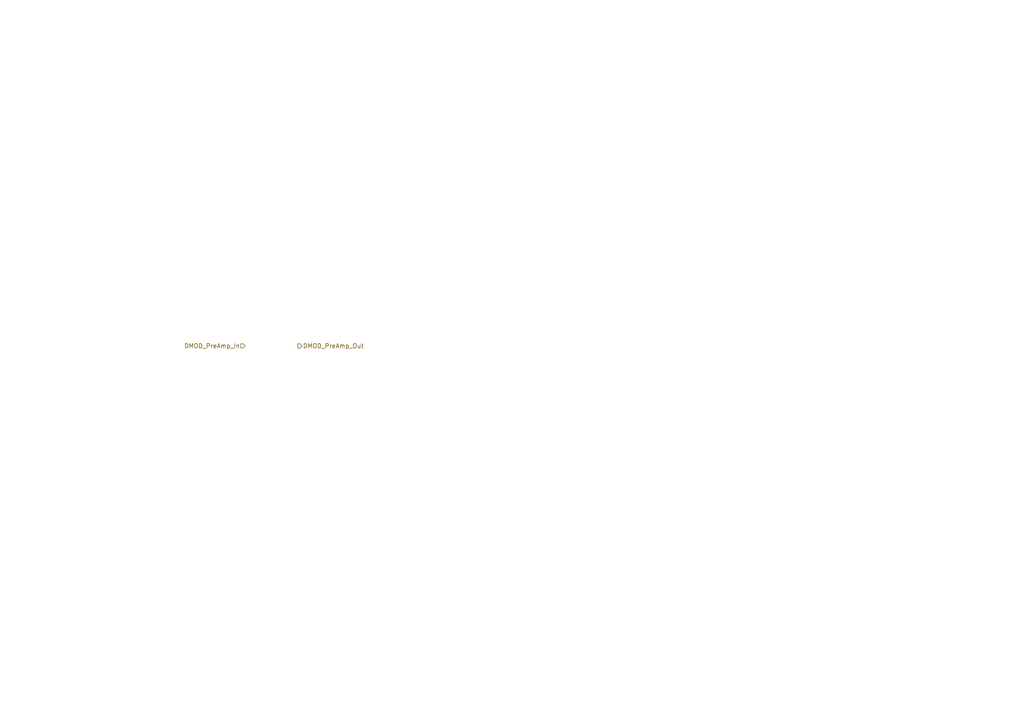
<source format=kicad_sch>
(kicad_sch (version 20230121) (generator eeschema)
  (paper "A4")
  (lib_symbols)
  (hierarchical_label "DMOD_PreAmp_In" (shape input) (at 71.12 100.33 180))
  (hierarchical_label "DMOD_PreAmp_Out" (shape output) (at 86.36 100.33 0))
)
</source>
